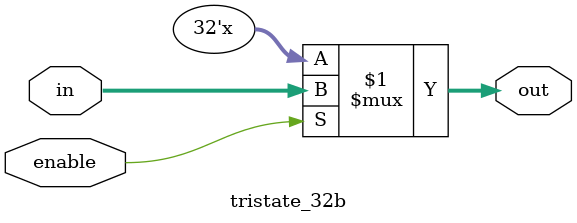
<source format=v>
module tristate_32b(enable, in, out);
    parameter size = 32;
    // Specifying the ports
    input enable;
    input [size-1:0] in;
    output [size-1:0] out;
    assign out = enable ? in : {size{1'bZ}};
endmodule


</source>
